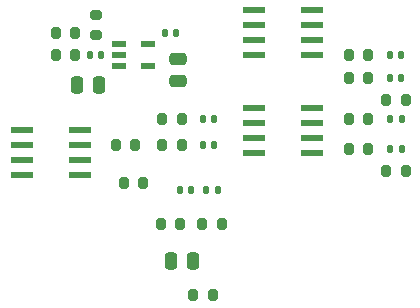
<source format=gtp>
%TF.GenerationSoftware,KiCad,Pcbnew,(6.0.4)*%
%TF.CreationDate,2022-04-21T21:48:53-10:00*%
%TF.ProjectId,filter_v2,66696c74-6572-45f7-9632-2e6b69636164,rev?*%
%TF.SameCoordinates,Original*%
%TF.FileFunction,Paste,Top*%
%TF.FilePolarity,Positive*%
%FSLAX46Y46*%
G04 Gerber Fmt 4.6, Leading zero omitted, Abs format (unit mm)*
G04 Created by KiCad (PCBNEW (6.0.4)) date 2022-04-21 21:48:53*
%MOMM*%
%LPD*%
G01*
G04 APERTURE LIST*
G04 Aperture macros list*
%AMRoundRect*
0 Rectangle with rounded corners*
0 $1 Rounding radius*
0 $2 $3 $4 $5 $6 $7 $8 $9 X,Y pos of 4 corners*
0 Add a 4 corners polygon primitive as box body*
4,1,4,$2,$3,$4,$5,$6,$7,$8,$9,$2,$3,0*
0 Add four circle primitives for the rounded corners*
1,1,$1+$1,$2,$3*
1,1,$1+$1,$4,$5*
1,1,$1+$1,$6,$7*
1,1,$1+$1,$8,$9*
0 Add four rect primitives between the rounded corners*
20,1,$1+$1,$2,$3,$4,$5,0*
20,1,$1+$1,$4,$5,$6,$7,0*
20,1,$1+$1,$6,$7,$8,$9,0*
20,1,$1+$1,$8,$9,$2,$3,0*%
G04 Aperture macros list end*
%ADD10R,1.969999X0.558000*%
%ADD11R,1.258799X0.508000*%
%ADD12RoundRect,0.200000X-0.200000X-0.275000X0.200000X-0.275000X0.200000X0.275000X-0.200000X0.275000X0*%
%ADD13RoundRect,0.200000X0.200000X0.275000X-0.200000X0.275000X-0.200000X-0.275000X0.200000X-0.275000X0*%
%ADD14RoundRect,0.200000X0.275000X-0.200000X0.275000X0.200000X-0.275000X0.200000X-0.275000X-0.200000X0*%
%ADD15RoundRect,0.250000X-0.250000X-0.475000X0.250000X-0.475000X0.250000X0.475000X-0.250000X0.475000X0*%
%ADD16RoundRect,0.140000X-0.140000X-0.170000X0.140000X-0.170000X0.140000X0.170000X-0.140000X0.170000X0*%
%ADD17RoundRect,0.140000X0.140000X0.170000X-0.140000X0.170000X-0.140000X-0.170000X0.140000X-0.170000X0*%
%ADD18RoundRect,0.250000X0.475000X-0.250000X0.475000X0.250000X-0.475000X0.250000X-0.475000X-0.250000X0*%
G04 APERTURE END LIST*
D10*
%TO.C,U4*%
X150571200Y-74295000D03*
X150571200Y-75565000D03*
X150571200Y-76835000D03*
X150571200Y-78105000D03*
X155498800Y-78105000D03*
X155498800Y-76835000D03*
X155498800Y-75565000D03*
X155498800Y-74295000D03*
%TD*%
%TO.C,U3*%
X150571200Y-66040000D03*
X150571200Y-67310000D03*
X150571200Y-68580000D03*
X150571200Y-69850000D03*
X155498800Y-69850000D03*
X155498800Y-68580000D03*
X155498800Y-67310000D03*
X155498800Y-66040000D03*
%TD*%
D11*
%TO.C,U2*%
X139115800Y-68899999D03*
X139115800Y-69850000D03*
X139115800Y-70800001D03*
X141554200Y-70800001D03*
X141554200Y-68899999D03*
%TD*%
D10*
%TO.C,U1*%
X130886200Y-76200000D03*
X130886200Y-77470000D03*
X130886200Y-78740000D03*
X130886200Y-80010000D03*
X135813800Y-80010000D03*
X135813800Y-78740000D03*
X135813800Y-77470000D03*
X135813800Y-76200000D03*
%TD*%
D12*
%TO.C,R19*%
X161745000Y-79710000D03*
X163395000Y-79710000D03*
%TD*%
%TO.C,R18*%
X161745000Y-73660000D03*
X163395000Y-73660000D03*
%TD*%
%TO.C,R17*%
X158560000Y-77805000D03*
X160210000Y-77805000D03*
%TD*%
D13*
%TO.C,R16*%
X160210000Y-71755000D03*
X158560000Y-71755000D03*
%TD*%
D12*
%TO.C,R15*%
X158560000Y-75265000D03*
X160210000Y-75265000D03*
%TD*%
%TO.C,R14*%
X158560000Y-69850000D03*
X160210000Y-69850000D03*
%TD*%
%TO.C,R13*%
X142685000Y-84155000D03*
X144335000Y-84155000D03*
%TD*%
%TO.C,R12*%
X142810000Y-75265000D03*
X144460000Y-75265000D03*
%TD*%
%TO.C,R11*%
X146160000Y-84155000D03*
X147810000Y-84155000D03*
%TD*%
%TO.C,R10*%
X142810000Y-77470000D03*
X144460000Y-77470000D03*
%TD*%
%TO.C,R9*%
X139510000Y-80645000D03*
X141160000Y-80645000D03*
%TD*%
%TO.C,R8*%
X138875000Y-77470000D03*
X140525000Y-77470000D03*
%TD*%
D14*
%TO.C,R7*%
X137160000Y-68135000D03*
X137160000Y-66485000D03*
%TD*%
D12*
%TO.C,R6*%
X133795000Y-67945000D03*
X135445000Y-67945000D03*
%TD*%
%TO.C,R5*%
X133795000Y-69850000D03*
X135445000Y-69850000D03*
%TD*%
D13*
%TO.C,R1*%
X147065000Y-90170000D03*
X145415000Y-90170000D03*
%TD*%
D15*
%TO.C,C1*%
X143515000Y-87330000D03*
X145415000Y-87330000D03*
%TD*%
D16*
%TO.C,C9*%
X143030000Y-67945000D03*
X143990000Y-67945000D03*
%TD*%
%TO.C,C12*%
X162090000Y-75265000D03*
X163050000Y-75265000D03*
%TD*%
%TO.C,C7*%
X146530000Y-81280000D03*
X147490000Y-81280000D03*
%TD*%
%TO.C,C6*%
X144300000Y-81280000D03*
X145260000Y-81280000D03*
%TD*%
%TO.C,C5*%
X146205000Y-77470000D03*
X147165000Y-77470000D03*
%TD*%
%TO.C,C11*%
X162080000Y-71755000D03*
X163040000Y-71755000D03*
%TD*%
D17*
%TO.C,C4*%
X147165000Y-75265000D03*
X146205000Y-75265000D03*
%TD*%
D16*
%TO.C,C13*%
X162090000Y-77805000D03*
X163050000Y-77805000D03*
%TD*%
D15*
%TO.C,C2*%
X135575000Y-72390000D03*
X137475000Y-72390000D03*
%TD*%
D18*
%TO.C,C8*%
X144145000Y-72070000D03*
X144145000Y-70170000D03*
%TD*%
D16*
%TO.C,C3*%
X136680000Y-69850000D03*
X137640000Y-69850000D03*
%TD*%
%TO.C,C10*%
X162080000Y-69850000D03*
X163040000Y-69850000D03*
%TD*%
M02*

</source>
